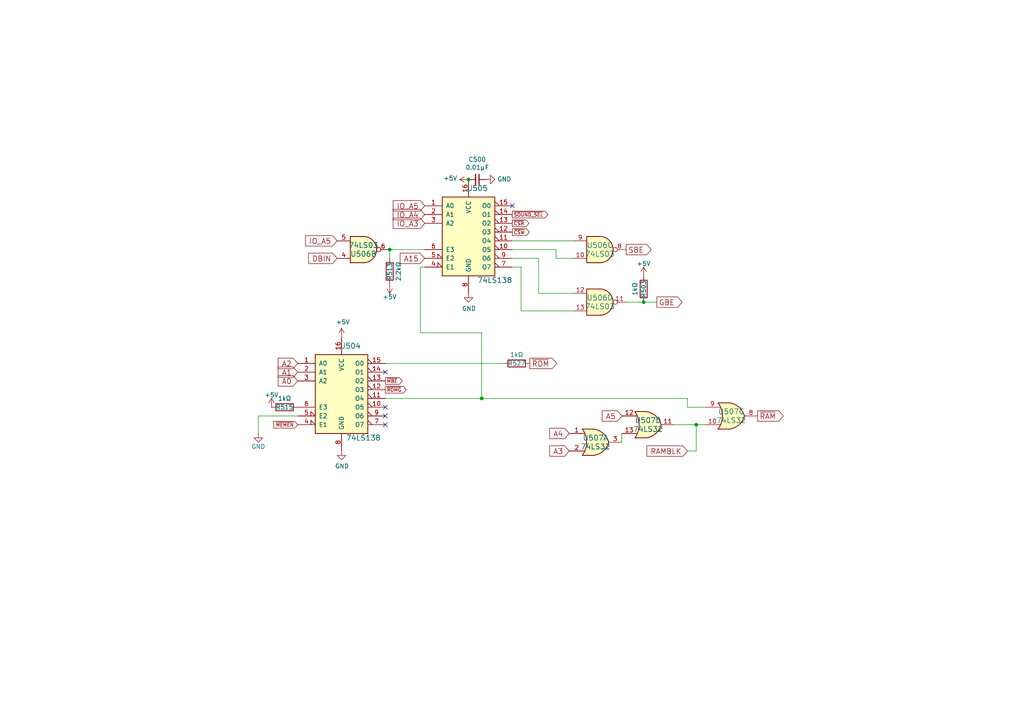
<source format=kicad_sch>
(kicad_sch (version 20250114) (generator "eeschema") (generator_version "9.0")
  (paper "A4")
  (title_block (title "TI-99/4A") (date "2022-02-18") (rev "1.1") (company "Robert Krenicki - https://github.com/rkrenicki/TI99-Motherboard") (comment 1 "Address Decoding") (comment 3 "Based on the HackMac KiCAD Design"))
  (lib_symbols
    (symbol "74xx:74LS03" (pin_names (offset 1.016))
      (property "Reference" "U" (at 0 1.27 0))
      (property "Value" "74LS03" (at 0 -1.27 0))
      (symbol "74LS03_1_1"
        (arc (start 0 3.81) (mid 3.7934 0) (end 0 -3.81) (stroke (width 0.254)) (fill (type background)))
        (polyline (pts (xy 0 3.81) (xy -3.81 3.81) (xy -3.81 -3.81) (xy 0 -3.81)) (stroke (width 0.254)) (fill (type background)))
        (pin input line (at -7.62 2.54 0) (length 3.81) (name "~") (number "1"))
        (pin input line (at -7.62 -2.54 0) (length 3.81) (name "~") (number "2"))
        (pin open_collector inverted (at 7.62 0 180) (length 3.81) (name "~") (number "3"))
      )
      (symbol "74LS03_1_2"
        (arc (start -3.81 3.81) (mid -2.589 0) (end -3.81 -3.81) (stroke (width 0.254)))
        (polyline (pts (xy -3.81 3.81) (xy -0.635 3.81)) (stroke (width 0.254)) (fill (type background)))
        (polyline (pts (xy -3.81 -3.81) (xy -0.635 -3.81)) (stroke (width 0.254)) (fill (type background)))
        (arc (start 3.81 0) (mid 2.1855 -2.584) (end -0.6096 -3.81) (stroke (width 0.254)) (fill (type background)))
        (arc (start -0.6096 3.81) (mid 2.1929 2.5925) (end 3.81 0) (stroke (width 0.254)) (fill (type background)))
        (polyline (pts (xy -0.635 3.81) (xy -3.81 3.81) (xy -3.81 3.81) (xy -3.556 3.4036) (xy -3.0226 2.2606) (xy -2.6924 1.0414) (xy -2.6162 -0.254) (xy -2.7686 -1.4986) (xy -3.175 -2.7178) (xy -3.81 -3.81) (xy -3.81 -3.81) (xy -0.635 -3.81)) (stroke (width -25.4)) (fill (type background)))
        (pin input inverted (at -7.62 2.54 0) (length 4.318) (name "~") (number "1"))
        (pin input inverted (at -7.62 -2.54 0) (length 4.318) (name "~") (number "2"))
        (pin open_collector line (at 7.62 0 180) (length 3.81) (name "~") (number "3"))
      )
      (symbol "74LS03_2_1"
        (arc (start 0 3.81) (mid 3.7934 0) (end 0 -3.81) (stroke (width 0.254)) (fill (type background)))
        (polyline (pts (xy 0 3.81) (xy -3.81 3.81) (xy -3.81 -3.81) (xy 0 -3.81)) (stroke (width 0.254)) (fill (type background)))
        (pin input line (at -7.62 2.54 0) (length 3.81) (name "~") (number "4"))
        (pin input line (at -7.62 -2.54 0) (length 3.81) (name "~") (number "5"))
        (pin open_collector inverted (at 7.62 0 180) (length 3.81) (name "~") (number "6"))
      )
      (symbol "74LS03_2_2"
        (arc (start -3.81 3.81) (mid -2.589 0) (end -3.81 -3.81) (stroke (width 0.254)))
        (polyline (pts (xy -3.81 3.81) (xy -0.635 3.81)) (stroke (width 0.254)) (fill (type background)))
        (polyline (pts (xy -3.81 -3.81) (xy -0.635 -3.81)) (stroke (width 0.254)) (fill (type background)))
        (arc (start 3.81 0) (mid 2.1855 -2.584) (end -0.6096 -3.81) (stroke (width 0.254)) (fill (type background)))
        (arc (start -0.6096 3.81) (mid 2.1929 2.5925) (end 3.81 0) (stroke (width 0.254)) (fill (type background)))
        (polyline (pts (xy -0.635 3.81) (xy -3.81 3.81) (xy -3.81 3.81) (xy -3.556 3.4036) (xy -3.0226 2.2606) (xy -2.6924 1.0414) (xy -2.6162 -0.254) (xy -2.7686 -1.4986) (xy -3.175 -2.7178) (xy -3.81 -3.81) (xy -3.81 -3.81) (xy -0.635 -3.81)) (stroke (width -25.4)) (fill (type background)))
        (pin input inverted (at -7.62 2.54 0) (length 4.318) (name "~") (number "4"))
        (pin input inverted (at -7.62 -2.54 0) (length 4.318) (name "~") (number "5"))
        (pin open_collector line (at 7.62 0 180) (length 3.81) (name "~") (number "6"))
      )
      (symbol "74LS03_3_1"
        (arc (start 0 3.81) (mid 3.7934 0) (end 0 -3.81) (stroke (width 0.254)) (fill (type background)))
        (polyline (pts (xy 0 3.81) (xy -3.81 3.81) (xy -3.81 -3.81) (xy 0 -3.81)) (stroke (width 0.254)) (fill (type background)))
        (pin input line (at -7.62 2.54 0) (length 3.81) (name "~") (number "9"))
        (pin input line (at -7.62 -2.54 0) (length 3.81) (name "~") (number "10"))
        (pin open_collector inverted (at 7.62 0 180) (length 3.81) (name "~") (number "8"))
      )
      (symbol "74LS03_3_2"
        (arc (start -3.81 3.81) (mid -2.589 0) (end -3.81 -3.81) (stroke (width 0.254)))
        (polyline (pts (xy -3.81 3.81) (xy -0.635 3.81)) (stroke (width 0.254)) (fill (type background)))
        (polyline (pts (xy -3.81 -3.81) (xy -0.635 -3.81)) (stroke (width 0.254)) (fill (type background)))
        (arc (start 3.81 0) (mid 2.1855 -2.584) (end -0.6096 -3.81) (stroke (width 0.254)) (fill (type background)))
        (arc (start -0.6096 3.81) (mid 2.1929 2.5925) (end 3.81 0) (stroke (width 0.254)) (fill (type background)))
        (polyline (pts (xy -0.635 3.81) (xy -3.81 3.81) (xy -3.81 3.81) (xy -3.556 3.4036) (xy -3.0226 2.2606) (xy -2.6924 1.0414) (xy -2.6162 -0.254) (xy -2.7686 -1.4986) (xy -3.175 -2.7178) (xy -3.81 -3.81) (xy -3.81 -3.81) (xy -0.635 -3.81)) (stroke (width -25.4)) (fill (type background)))
        (pin input inverted (at -7.62 2.54 0) (length 4.318) (name "~") (number "9"))
        (pin input inverted (at -7.62 -2.54 0) (length 4.318) (name "~") (number "10"))
        (pin open_collector line (at 7.62 0 180) (length 3.81) (name "~") (number "8"))
      )
      (symbol "74LS03_4_1"
        (arc (start 0 3.81) (mid 3.7934 0) (end 0 -3.81) (stroke (width 0.254)) (fill (type background)))
        (polyline (pts (xy 0 3.81) (xy -3.81 3.81) (xy -3.81 -3.81) (xy 0 -3.81)) (stroke (width 0.254)) (fill (type background)))
        (pin input line (at -7.62 2.54 0) (length 3.81) (name "~") (number "12"))
        (pin input line (at -7.62 -2.54 0) (length 3.81) (name "~") (number "13"))
        (pin open_collector inverted (at 7.62 0 180) (length 3.81) (name "~") (number "11"))
      )
      (symbol "74LS03_4_2"
        (arc (start -3.81 3.81) (mid -2.589 0) (end -3.81 -3.81) (stroke (width 0.254)))
        (polyline (pts (xy -3.81 3.81) (xy -0.635 3.81)) (stroke (width 0.254)) (fill (type background)))
        (polyline (pts (xy -3.81 -3.81) (xy -0.635 -3.81)) (stroke (width 0.254)) (fill (type background)))
        (arc (start 3.81 0) (mid 2.1855 -2.584) (end -0.6096 -3.81) (stroke (width 0.254)) (fill (type background)))
        (arc (start -0.6096 3.81) (mid 2.1929 2.5925) (end 3.81 0) (stroke (width 0.254)) (fill (type background)))
        (polyline (pts (xy -0.635 3.81) (xy -3.81 3.81) (xy -3.81 3.81) (xy -3.556 3.4036) (xy -3.0226 2.2606) (xy -2.6924 1.0414) (xy -2.6162 -0.254) (xy -2.7686 -1.4986) (xy -3.175 -2.7178) (xy -3.81 -3.81) (xy -3.81 -3.81) (xy -0.635 -3.81)) (stroke (width -25.4)) (fill (type background)))
        (pin input inverted (at -7.62 2.54 0) (length 4.318) (name "~") (number "12"))
        (pin input inverted (at -7.62 -2.54 0) (length 4.318) (name "~") (number "13"))
        (pin open_collector line (at 7.62 0 180) (length 3.81) (name "~") (number "11"))
      )
      (symbol "74LS03_5_0"
        (pin power_in line (at 0 12.7 270) (length 5.08) (name "VCC") (number "14"))
        (pin power_in line (at 0 -12.7 90) (length 5.08) (name "GND") (number "7"))
      )
      (symbol "74LS03_5_1"
        (rectangle (start -5.08 7.62) (end 5.08 -7.62) (stroke (width 0.254)) (fill (type background)))
      )
    )
    (symbol "74xx:74LS138" (pin_names (offset 1.016))
      (property "Reference" "U" (at -7.62 11.43 0))
      (property "Value" "74LS138" (at -7.62 -13.97 0))
      (symbol "74LS138_1_0"
        (pin input line (at -12.7 7.62 0) (length 5.08) (name "A0") (number "1"))
        (pin input line (at -12.7 5.08 0) (length 5.08) (name "A1") (number "2"))
        (pin input line (at -12.7 2.54 0) (length 5.08) (name "A2") (number "3"))
        (pin input line (at -12.7 -5.08 0) (length 5.08) (name "E3") (number "6"))
        (pin input input_low (at -12.7 -7.62 0) (length 5.08) (name "E2") (number "5"))
        (pin input input_low (at -12.7 -10.16 0) (length 5.08) (name "E1") (number "4"))
        (pin power_in line (at 0 15.24 270) (length 5.08) (name "VCC") (number "16"))
        (pin power_in line (at 0 -17.78 90) (length 5.08) (name "GND") (number "8"))
        (pin output output_low (at 12.7 7.62 180) (length 5.08) (name "O0") (number "15"))
        (pin output output_low (at 12.7 5.08 180) (length 5.08) (name "O1") (number "14"))
        (pin output output_low (at 12.7 2.54 180) (length 5.08) (name "O2") (number "13"))
        (pin output output_low (at 12.7 0 180) (length 5.08) (name "O3") (number "12"))
        (pin output output_low (at 12.7 -2.54 180) (length 5.08) (name "O4") (number "11"))
        (pin output output_low (at 12.7 -5.08 180) (length 5.08) (name "O5") (number "10"))
        (pin output output_low (at 12.7 -7.62 180) (length 5.08) (name "O6") (number "9"))
        (pin output output_low (at 12.7 -10.16 180) (length 5.08) (name "O7") (number "7"))
      )
      (symbol "74LS138_1_1"
        (rectangle (start -7.62 10.16) (end 7.62 -12.7) (stroke (width 0.254)) (fill (type background)))
      )
    )
    (symbol "74xx:74LS32" (pin_names (offset 1.016))
      (property "Reference" "U" (at 0 1.27 0))
      (property "Value" "74LS32" (at 0 -1.27 0))
      (symbol "74LS32_1_1"
        (arc (start -3.81 3.81) (mid -2.589 0) (end -3.81 -3.81) (stroke (width 0.254)))
        (polyline (pts (xy -3.81 3.81) (xy -0.635 3.81)) (stroke (width 0.254)) (fill (type background)))
        (polyline (pts (xy -3.81 -3.81) (xy -0.635 -3.81)) (stroke (width 0.254)) (fill (type background)))
        (arc (start 3.81 0) (mid 2.1855 -2.584) (end -0.6096 -3.81) (stroke (width 0.254)) (fill (type background)))
        (arc (start -0.6096 3.81) (mid 2.1929 2.5925) (end 3.81 0) (stroke (width 0.254)) (fill (type background)))
        (polyline (pts (xy -0.635 3.81) (xy -3.81 3.81) (xy -3.81 3.81) (xy -3.556 3.4036) (xy -3.0226 2.2606) (xy -2.6924 1.0414) (xy -2.6162 -0.254) (xy -2.7686 -1.4986) (xy -3.175 -2.7178) (xy -3.81 -3.81) (xy -3.81 -3.81) (xy -0.635 -3.81)) (stroke (width -25.4)) (fill (type background)))
        (pin input line (at -7.62 2.54 0) (length 4.318) (name "~") (number "1"))
        (pin input line (at -7.62 -2.54 0) (length 4.318) (name "~") (number "2"))
        (pin output line (at 7.62 0 180) (length 3.81) (name "~") (number "3"))
      )
      (symbol "74LS32_1_2"
        (arc (start 0 3.81) (mid 3.7934 0) (end 0 -3.81) (stroke (width 0.254)) (fill (type background)))
        (polyline (pts (xy 0 3.81) (xy -3.81 3.81) (xy -3.81 -3.81) (xy 0 -3.81)) (stroke (width 0.254)) (fill (type background)))
        (pin input inverted (at -7.62 2.54 0) (length 3.81) (name "~") (number "1"))
        (pin input inverted (at -7.62 -2.54 0) (length 3.81) (name "~") (number "2"))
        (pin output inverted (at 7.62 0 180) (length 3.81) (name "~") (number "3"))
      )
      (symbol "74LS32_2_1"
        (arc (start -3.81 3.81) (mid -2.589 0) (end -3.81 -3.81) (stroke (width 0.254)))
        (polyline (pts (xy -3.81 3.81) (xy -0.635 3.81)) (stroke (width 0.254)) (fill (type background)))
        (polyline (pts (xy -3.81 -3.81) (xy -0.635 -3.81)) (stroke (width 0.254)) (fill (type background)))
        (arc (start 3.81 0) (mid 2.1855 -2.584) (end -0.6096 -3.81) (stroke (width 0.254)) (fill (type background)))
        (arc (start -0.6096 3.81) (mid 2.1929 2.5925) (end 3.81 0) (stroke (width 0.254)) (fill (type background)))
        (polyline (pts (xy -0.635 3.81) (xy -3.81 3.81) (xy -3.81 3.81) (xy -3.556 3.4036) (xy -3.0226 2.2606) (xy -2.6924 1.0414) (xy -2.6162 -0.254) (xy -2.7686 -1.4986) (xy -3.175 -2.7178) (xy -3.81 -3.81) (xy -3.81 -3.81) (xy -0.635 -3.81)) (stroke (width -25.4)) (fill (type background)))
        (pin input line (at -7.62 2.54 0) (length 4.318) (name "~") (number "4"))
        (pin input line (at -7.62 -2.54 0) (length 4.318) (name "~") (number "5"))
        (pin output line (at 7.62 0 180) (length 3.81) (name "~") (number "6"))
      )
      (symbol "74LS32_2_2"
        (arc (start 0 3.81) (mid 3.7934 0) (end 0 -3.81) (stroke (width 0.254)) (fill (type background)))
        (polyline (pts (xy 0 3.81) (xy -3.81 3.81) (xy -3.81 -3.81) (xy 0 -3.81)) (stroke (width 0.254)) (fill (type background)))
        (pin input inverted (at -7.62 2.54 0) (length 3.81) (name "~") (number "4"))
        (pin input inverted (at -7.62 -2.54 0) (length 3.81) (name "~") (number "5"))
        (pin output inverted (at 7.62 0 180) (length 3.81) (name "~") (number "6"))
      )
      (symbol "74LS32_3_1"
        (arc (start -3.81 3.81) (mid -2.589 0) (end -3.81 -3.81) (stroke (width 0.254)))
        (polyline (pts (xy -3.81 3.81) (xy -0.635 3.81)) (stroke (width 0.254)) (fill (type background)))
        (polyline (pts (xy -3.81 -3.81) (xy -0.635 -3.81)) (stroke (width 0.254)) (fill (type background)))
        (arc (start 3.81 0) (mid 2.1855 -2.584) (end -0.6096 -3.81) (stroke (width 0.254)) (fill (type background)))
        (arc (start -0.6096 3.81) (mid 2.1929 2.5925) (end 3.81 0) (stroke (width 0.254)) (fill (type background)))
        (polyline (pts (xy -0.635 3.81) (xy -3.81 3.81) (xy -3.81 3.81) (xy -3.556 3.4036) (xy -3.0226 2.2606) (xy -2.6924 1.0414) (xy -2.6162 -0.254) (xy -2.7686 -1.4986) (xy -3.175 -2.7178) (xy -3.81 -3.81) (xy -3.81 -3.81) (xy -0.635 -3.81)) (stroke (width -25.4)) (fill (type background)))
        (pin input line (at -7.62 2.54 0) (length 4.318) (name "~") (number "9"))
        (pin input line (at -7.62 -2.54 0) (length 4.318) (name "~") (number "10"))
        (pin output line (at 7.62 0 180) (length 3.81) (name "~") (number "8"))
      )
      (symbol "74LS32_3_2"
        (arc (start 0 3.81) (mid 3.7934 0) (end 0 -3.81) (stroke (width 0.254)) (fill (type background)))
        (polyline (pts (xy 0 3.81) (xy -3.81 3.81) (xy -3.81 -3.81) (xy 0 -3.81)) (stroke (width 0.254)) (fill (type background)))
        (pin input inverted (at -7.62 2.54 0) (length 3.81) (name "~") (number "9"))
        (pin input inverted (at -7.62 -2.54 0) (length 3.81) (name "~") (number "10"))
        (pin output inverted (at 7.62 0 180) (length 3.81) (name "~") (number "8"))
      )
      (symbol "74LS32_4_1"
        (arc (start -3.81 3.81) (mid -2.589 0) (end -3.81 -3.81) (stroke (width 0.254)))
        (polyline (pts (xy -3.81 3.81) (xy -0.635 3.81)) (stroke (width 0.254)) (fill (type background)))
        (polyline (pts (xy -3.81 -3.81) (xy -0.635 -3.81)) (stroke (width 0.254)) (fill (type background)))
        (arc (start 3.81 0) (mid 2.1855 -2.584) (end -0.6096 -3.81) (stroke (width 0.254)) (fill (type background)))
        (arc (start -0.6096 3.81) (mid 2.1929 2.5925) (end 3.81 0) (stroke (width 0.254)) (fill (type background)))
        (polyline (pts (xy -0.635 3.81) (xy -3.81 3.81) (xy -3.81 3.81) (xy -3.556 3.4036) (xy -3.0226 2.2606) (xy -2.6924 1.0414) (xy -2.6162 -0.254) (xy -2.7686 -1.4986) (xy -3.175 -2.7178) (xy -3.81 -3.81) (xy -3.81 -3.81) (xy -0.635 -3.81)) (stroke (width -25.4)) (fill (type background)))
        (pin input line (at -7.62 2.54 0) (length 4.318) (name "~") (number "12"))
        (pin input line (at -7.62 -2.54 0) (length 4.318) (name "~") (number "13"))
        (pin output line (at 7.62 0 180) (length 3.81) (name "~") (number "11"))
      )
      (symbol "74LS32_4_2"
        (arc (start 0 3.81) (mid 3.7934 0) (end 0 -3.81) (stroke (width 0.254)) (fill (type background)))
        (polyline (pts (xy 0 3.81) (xy -3.81 3.81) (xy -3.81 -3.81) (xy 0 -3.81)) (stroke (width 0.254)) (fill (type background)))
        (pin input inverted (at -7.62 2.54 0) (length 3.81) (name "~") (number "12"))
        (pin input inverted (at -7.62 -2.54 0) (length 3.81) (name "~") (number "13"))
        (pin output inverted (at 7.62 0 180) (length 3.81) (name "~") (number "11"))
      )
      (symbol "74LS32_5_0"
        (pin power_in line (at 0 12.7 270) (length 5.08) (name "VCC") (number "14"))
        (pin power_in line (at 0 -12.7 90) (length 5.08) (name "GND") (number "7"))
      )
      (symbol "74LS32_5_1"
        (rectangle (start -5.08 7.62) (end 5.08 -7.62) (stroke (width 0.254)) (fill (type background)))
      )
    )
    (symbol "Console-rescue:+5V" (power) (pin_names (offset 0))
      (property "Value" "+5V" (at 0 3.556 0))
      (symbol "+5V_0_1"
        (polyline (pts (xy -0.762 1.27) (xy 0 2.54)))
        (polyline (pts (xy 0 2.54) (xy 0.762 1.27)))
        (polyline (pts (xy 0 0) (xy 0 2.54)))
      )
      (symbol "+5V_1_1"
        (pin power_in line (at 0 0 90) (length 0) (hide yes) (name "+5V") (number "1"))
      )
    )
    (symbol "Console-rescue:GND" (power) (pin_names (offset 0))
      (property "Value" "GND" (at 0 -3.81 0))
      (symbol "GND_0_1"
        (polyline (pts (xy 0 0) (xy 0 -1.27) (xy 1.27 -1.27) (xy 0 -2.54) (xy -1.27 -1.27) (xy 0 -1.27)))
      )
      (symbol "GND_1_1"
        (pin power_in line (at 0 0 270) (length 0) (hide yes) (name "GND") (number "1"))
      )
    )
    (symbol "Console-rescue:R" (pin_numbers (hide yes)) (pin_names (offset 0))
      (property "Reference" "R" (at 2.032 0 90))
      (property "Value" "R" (at 0 0 90))
      (symbol "R_0_1"
        (rectangle (start -1.016 -2.54) (end 1.016 2.54) (stroke (width 0.254)))
      )
      (symbol "R_1_1"
        (pin passive line (at 0 3.81 270) (length 1.27) (name "~") (number "1"))
        (pin passive line (at 0 -3.81 90) (length 1.27) (name "~") (number "2"))
      )
    )
    (symbol "Device:C_Small" (pin_numbers (hide yes)) (pin_names (offset 0.254) (hide yes))
      (property "Reference" "C" (at 0.254 1.778 0))
      (property "Value" "C_Small" (at 0.254 -2.032 0))
      (symbol "C_Small_0_1"
        (polyline (pts (xy -1.524 0.508) (xy 1.524 0.508)) (stroke (width 0.3048)))
        (polyline (pts (xy -1.524 -0.508) (xy 1.524 -0.508)) (stroke (width 0.3302)))
      )
      (symbol "C_Small_1_1"
        (pin passive line (at 0 2.54 270) (length 2.032) (name "~") (number "1"))
        (pin passive line (at 0 -2.54 90) (length 2.032) (name "~") (number "2"))
      )
    )
  )
  (junction (at 135.89 52.07))
  (junction (at 113.03 72.39))
  (junction (at 139.7 115.57))
  (junction (at 201.93 123.19))
  (junction (at 186.69 87.63))
  (no_connect (at 111.76 120.65))
  (no_connect (at 111.76 123.19))
  (no_connect (at 111.76 107.95))
  (no_connect (at 111.76 118.11))
  (no_connect (at 148.59 59.69))
  (wire (pts (xy 201.93 123.19) (xy 201.93 130.81)))
  (wire (pts (xy 156.21 74.93) (xy 156.21 85.09)))
  (wire (pts (xy 123.19 77.47) (xy 121.92 77.47)))
  (wire (pts (xy 166.37 69.85) (xy 148.59 69.85)))
  (wire (pts (xy 161.29 72.39) (xy 161.29 74.93)))
  (wire (pts (xy 199.39 118.11) (xy 204.47 118.11)))
  (wire (pts (xy 186.69 87.63) (xy 190.5 87.63)))
  (wire (pts (xy 139.7 115.57) (xy 199.39 115.57)))
  (wire (pts (xy 195.58 123.19) (xy 201.93 123.19)))
  (wire (pts (xy 201.93 123.19) (xy 204.47 123.19)))
  (wire (pts (xy 199.39 115.57) (xy 199.39 118.11)))
  (wire (pts (xy 151.13 77.47) (xy 151.13 90.17)))
  (wire (pts (xy 113.03 72.39) (xy 123.19 72.39)))
  (wire (pts (xy 146.05 105.41) (xy 111.76 105.41)))
  (wire (pts (xy 139.7 115.57) (xy 139.7 96.52)))
  (wire (pts (xy 113.03 74.93) (xy 113.03 72.39)))
  (wire (pts (xy 148.59 77.47) (xy 151.13 77.47)))
  (wire (pts (xy 148.59 72.39) (xy 161.29 72.39)))
  (wire (pts (xy 121.92 77.47) (xy 121.92 96.52)))
  (wire (pts (xy 151.13 90.17) (xy 166.37 90.17)))
  (wire (pts (xy 74.93 120.65) (xy 86.36 120.65)))
  (wire (pts (xy 181.61 87.63) (xy 186.69 87.63)))
  (wire (pts (xy 201.93 130.81) (xy 199.39 130.81)))
  (wire (pts (xy 111.76 115.57) (xy 139.7 115.57)))
  (wire (pts (xy 161.29 74.93) (xy 166.37 74.93)))
  (wire (pts (xy 74.93 125.73) (xy 74.93 120.65)))
  (wire (pts (xy 156.21 85.09) (xy 166.37 85.09)))
  (wire (pts (xy 121.92 96.52) (xy 139.7 96.52)))
  (wire (pts (xy 148.59 74.93) (xy 156.21 74.93)))
  (wire (pts (xy 180.34 125.73) (xy 180.34 128.27)))
  (global_label "~{MBE}" (shape output) (at 111.76 110.49 0) (effects (font (size 0.9906 0.9906))) (property "Intersheetrefs" "${INTERSHEET_REFS}" (effects (hide yes))))
  (global_label "A5" (shape input) (at 180.34 120.65 180) (effects (font (size 1.524 1.524))) (property "Intersheetrefs" "${INTERSHEET_REFS}" (effects (hide yes))))
  (global_label "SBE" (shape output) (at 181.61 72.39 0) (effects (font (size 1.524 1.524))) (property "Intersheetrefs" "${INTERSHEET_REFS}" (effects (hide yes))))
  (global_label "IO_A4" (shape input) (at 123.19 62.23 180) (effects (font (size 1.524 1.524))) (property "Intersheetrefs" "${INTERSHEET_REFS}" (effects (hide yes))))
  (global_label "IO_A5" (shape input) (at 123.19 59.69 180) (effects (font (size 1.524 1.524))) (property "Intersheetrefs" "${INTERSHEET_REFS}" (effects (hide yes))))
  (global_label "A15" (shape input) (at 123.19 74.93 180) (effects (font (size 1.524 1.524))) (property "Intersheetrefs" "${INTERSHEET_REFS}" (effects (hide yes))))
  (global_label "A2" (shape input) (at 86.36 105.41 180) (effects (font (size 1.524 1.524))) (property "Intersheetrefs" "${INTERSHEET_REFS}" (effects (hide yes))))
  (global_label "IO_A5" (shape input) (at 97.79 69.85 180) (effects (font (size 1.524 1.524))) (property "Intersheetrefs" "${INTERSHEET_REFS}" (effects (hide yes))))
  (global_label "~{CSR}" (shape output) (at 148.59 64.77 0) (effects (font (size 0.9906 0.9906))) (property "Intersheetrefs" "${INTERSHEET_REFS}" (effects (hide yes))))
  (global_label "IO_A3" (shape input) (at 123.19 64.77 180) (effects (font (size 1.524 1.524))) (property "Intersheetrefs" "${INTERSHEET_REFS}" (effects (hide yes))))
  (global_label "A3" (shape input) (at 165.1 130.81 180) (effects (font (size 1.524 1.524))) (property "Intersheetrefs" "${INTERSHEET_REFS}" (effects (hide yes))))
  (global_label "~{ROM}" (shape output) (at 153.67 105.41 0) (effects (font (size 1.524 1.524))) (property "Intersheetrefs" "${INTERSHEET_REFS}" (effects (hide yes))))
  (global_label "A4" (shape input) (at 165.1 125.73 180) (effects (font (size 1.524 1.524))) (property "Intersheetrefs" "${INTERSHEET_REFS}" (effects (hide yes))))
  (global_label "DBIN" (shape input) (at 97.79 74.93 180) (effects (font (size 1.524 1.524))) (property "Intersheetrefs" "${INTERSHEET_REFS}" (effects (hide yes))))
  (global_label "~{ROMG}" (shape output) (at 111.76 113.03 0) (effects (font (size 0.9906 0.9906))) (property "Intersheetrefs" "${INTERSHEET_REFS}" (effects (hide yes))))
  (global_label "RAMBLK" (shape input) (at 199.39 130.81 180) (effects (font (size 1.524 1.524))) (property "Intersheetrefs" "${INTERSHEET_REFS}" (effects (hide yes))))
  (global_label "~{CSW}" (shape output) (at 148.59 67.31 0) (effects (font (size 0.9906 0.9906))) (property "Intersheetrefs" "${INTERSHEET_REFS}" (effects (hide yes))))
  (global_label "~{MEMEN}" (shape input) (at 86.36 123.19 180) (effects (font (size 0.9906 0.9906))) (property "Intersheetrefs" "${INTERSHEET_REFS}" (effects (hide yes))))
  (global_label "~{RAM}" (shape output) (at 219.71 120.65 0) (effects (font (size 1.524 1.524))) (property "Intersheetrefs" "${INTERSHEET_REFS}" (effects (hide yes))))
  (global_label "A1" (shape input) (at 86.36 107.95 180) (effects (font (size 1.524 1.524))) (property "Intersheetrefs" "${INTERSHEET_REFS}" (effects (hide yes))))
  (global_label "~{SOUND_SEL}" (shape output) (at 148.59 62.23 0) (effects (font (size 0.9906 0.9906))) (property "Intersheetrefs" "${INTERSHEET_REFS}" (effects (hide yes))))
  (global_label "GBE" (shape output) (at 190.5 87.63 0) (effects (font (size 1.524 1.524))) (property "Intersheetrefs" "${INTERSHEET_REFS}" (effects (hide yes))))
  (global_label "A0" (shape input) (at 86.36 110.49 180) (effects (font (size 1.524 1.524))) (property "Intersheetrefs" "${INTERSHEET_REFS}" (effects (hide yes))))
  (symbol (lib_id "74xx:74LS138") (at 135.89 67.31 0) (unit 1)
    (property "Reference" "U505" (at 138.43 54.61 0) (effects (font (size 1.524 1.524))))
    (property "Value" "74LS138" (at 143.51 81.28 0) (effects (font (size 1.524 1.524))))
    (property "Footprint" "Package_DIP:DIP-16_W7.62mm" (effects (hide yes)))
  )
  (symbol (lib_id "74xx:74LS03") (at 105.41 72.39 0) (mirror x) (unit 2)
    (property "Reference" "U506" (at 105.41 73.66 0) (effects (font (size 1.524 1.524))))
    (property "Value" "74LS03" (at 105.41 71.12 0) (effects (font (size 1.524 1.524))))
    (property "Footprint" "Package_DIP:DIP-14_W7.62mm" (effects (hide yes)))
  )
  (symbol (lib_id "74xx:74LS138") (at 99.06 113.03 0) (unit 1)
    (property "Reference" "U504" (at 101.6 100.33 0) (effects (font (size 1.524 1.524))))
    (property "Value" "74LS138" (at 105.41 127 0) (effects (font (size 1.524 1.524))))
    (property "Footprint" "Package_DIP:DIP-16_W7.62mm" (effects (hide yes)))
  )
  (symbol (lib_id "74xx:74LS03") (at 173.99 72.39 0) (unit 3)
    (property "Reference" "U506" (at 173.99 71.12 0) (effects (font (size 1.524 1.524))))
    (property "Value" "74LS03" (at 173.99 73.66 0) (effects (font (size 1.524 1.524))))
    (property "Footprint" "Package_DIP:DIP-14_W7.62mm" (effects (hide yes)))
  )
  (symbol (lib_id "74xx:74LS03") (at 173.99 87.63 0) (unit 4)
    (property "Reference" "U506" (at 173.99 86.36 0) (effects (font (size 1.524 1.524))))
    (property "Value" "74LS03" (at 173.99 88.9 0) (effects (font (size 1.524 1.524))))
    (property "Footprint" "Package_DIP:DIP-14_W7.62mm" (effects (hide yes)))
  )
  (symbol (lib_id "Console-rescue:R") (at 186.69 83.82 0) (unit 1)
    (property "Reference" "R503" (at 186.69 83.82 90))
    (property "Value" "1kΩ" (at 184.15 83.82 90))
    (property "Footprint" "TI99_Connectors:Passive-11.50mm" (effects (hide yes)))
  )
  (symbol (lib_id "Console-rescue:+5V") (at 186.69 80.01 0) (unit 1)
    (property "Reference" "#PWR050" (effects (hide yes)))
    (property "Value" "+5V" (at 186.69 76.454 0))
  )
  (symbol (lib_id "Console-rescue:R") (at 82.55 118.11 270) (unit 1)
    (property "Reference" "R515" (at 82.55 118.11 90))
    (property "Value" "1kΩ" (at 82.55 115.57 90))
    (property "Footprint" "TI99_Connectors:Passive-11.50mm" (effects (hide yes)))
  )
  (symbol (lib_id "Console-rescue:+5V") (at 78.74 118.11 0) (unit 1)
    (property "Reference" "#PWR051" (effects (hide yes)))
    (property "Value" "+5V" (at 78.74 114.554 0))
  )
  (symbol (lib_id "Console-rescue:GND") (at 74.93 125.73 0) (unit 1)
    (property "Reference" "#PWR052" (effects (hide yes)))
    (property "Value" "GND" (at 74.93 129.54 0))
  )
  (symbol (lib_id "Console-rescue:R") (at 149.86 105.41 270) (unit 1)
    (property "Reference" "R527" (at 149.86 105.41 90))
    (property "Value" "1kΩ" (at 149.86 102.87 90))
    (property "Footprint" "TI99_Connectors:Passive-11.50mm" (effects (hide yes)))
  )
  (symbol (lib_id "74xx:74LS32") (at 212.09 120.65 0) (unit 3)
    (property "Reference" "U507" (at 212.09 119.38 0) (effects (font (size 1.524 1.524))))
    (property "Value" "74LS32" (at 212.09 121.92 0) (effects (font (size 1.524 1.524))))
    (property "Footprint" "Package_DIP:DIP-14_W7.62mm" (effects (hide yes)))
  )
  (symbol (lib_id "74xx:74LS32") (at 187.96 123.19 0) (unit 4)
    (property "Reference" "U507" (at 187.96 121.92 0) (effects (font (size 1.524 1.524))))
    (property "Value" "74LS32" (at 187.96 124.46 0) (effects (font (size 1.524 1.524))))
    (property "Footprint" "Package_DIP:DIP-14_W7.62mm" (effects (hide yes)))
  )
  (symbol (lib_id "74xx:74LS32") (at 172.72 128.27 0) (unit 1)
    (property "Reference" "U507" (at 172.72 127 0) (effects (font (size 1.524 1.524))))
    (property "Value" "74LS32" (at 172.72 129.54 0) (effects (font (size 1.524 1.524))))
    (property "Footprint" "Package_DIP:DIP-14_W7.62mm" (effects (hide yes)))
  )
  (symbol (lib_id "Console-rescue:R") (at 113.03 78.74 180) (unit 1)
    (property "Reference" "R513" (at 113.03 78.74 90))
    (property "Value" "2.2kΩ" (at 115.57 78.74 90))
    (property "Footprint" "TI99_Connectors:Passive-11.50mm" (effects (hide yes)))
  )
  (symbol (lib_id "Console-rescue:+5V") (at 113.03 82.55 180) (unit 1)
    (property "Reference" "#PWR049" (effects (hide yes)))
    (property "Value" "+5V" (at 113.03 86.106 0))
  )
  (symbol (lib_id "Device:C_Small") (at 138.43 52.07 270) (unit 1)
    (property "Reference" "C500" (at 138.43 46.2534 90))
    (property "Value" "0.01µF" (at 138.43 48.5648 90))
    (property "Footprint" "TI99_Connectors:Passive-11.50mm" (effects (hide yes)))
  )
  (symbol (lib_id "Console-rescue:+5V") (at 135.89 52.07 90) (unit 1)
    (property "Reference" "#PWR0153" (effects (hide yes)))
    (property "Value" "+5V" (at 132.6388 51.689 90) (effects (justify left)))
  )
  (symbol (lib_id "Console-rescue:GND") (at 140.97 52.07 90) (unit 1)
    (property "Reference" "#PWR0156" (effects (hide yes)))
    (property "Value" "GND" (at 144.2212 51.943 90) (effects (justify right)))
  )
  (symbol (lib_id "Console-rescue:GND") (at 135.89 85.09 0) (unit 1)
    (property "Reference" "#PWR0173" (effects (hide yes)))
    (property "Value" "GND" (at 136.017 89.4842 0))
  )
  (symbol (lib_id "Console-rescue:GND") (at 99.06 130.81 0) (unit 1)
    (property "Reference" "#PWR0174" (effects (hide yes)))
    (property "Value" "GND" (at 99.187 135.2042 0))
  )
  (symbol (lib_id "Console-rescue:+5V") (at 99.06 97.79 0) (unit 1)
    (property "Reference" "#PWR0175" (effects (hide yes)))
    (property "Value" "+5V" (at 99.441 93.3958 0))
  )
)
</source>
